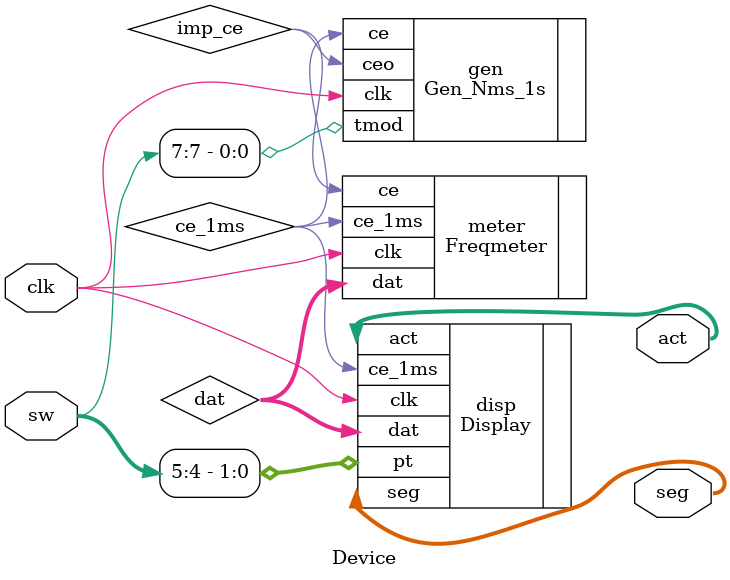
<source format=v>
module Device ( input clk,     output wire [3:0]act,
                input [7:0]sw, output wire [7:0]seg );

        reg [15:0]dat ;
        wire ce_1ms, imp_ce ;

        Freqmeter meter (
                .clk (clk),
                .ce_1ms (ce_1ms),
                .ce (imp_ce),
                .dat (dat)
        );

        Display #(
                .CLK_FREQ (27_000_000)
        ) disp (
                .clk (clk),
                .dat (dat),
                .pt (sw[5:4]),
                .act (act),
                .seg (seg),
                .ce_1ms (ce_1ms)
        );

        Gen_Nms_1s gen (
                .clk (clk),
                .ce (ce_1ms),
                .tmod (sw[7]),
                .ceo (imp_ce)
        );

endmodule

</source>
